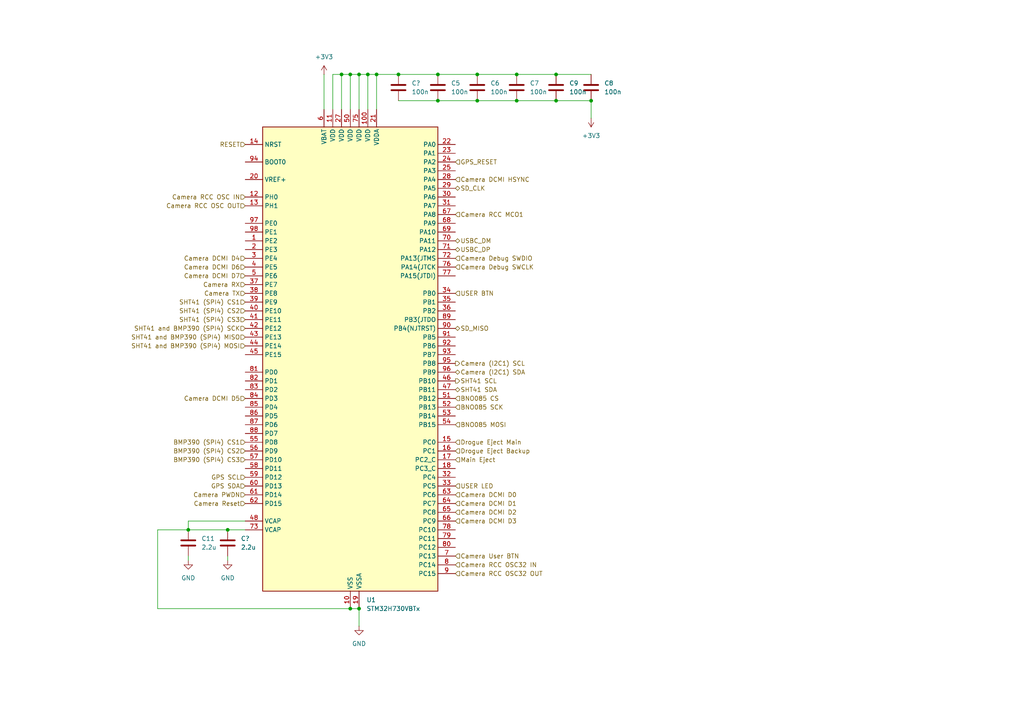
<source format=kicad_sch>
(kicad_sch (version 20250114) (generator "eeschema") (generator_version "9.0")
  (paper "A4")
  (lib_symbols
    (symbol "Device:C" (pin_numbers (hide yes)) (pin_names (offset 0.254))
      (property "Reference" "C" (at 0.635 2.54 0))
      (property "Value" "C" (at 0.635 -2.54 0))
      (symbol "C_0_1"
        (polyline (pts (xy -2.032 0.762) (xy 2.032 0.762)) (stroke (width 0.508)))
        (polyline (pts (xy -2.032 -0.762) (xy 2.032 -0.762)) (stroke (width 0.508)))
      )
      (symbol "C_1_1"
        (pin passive line (at 0 3.81 270) (length 2.794) (name "~") (number "1"))
        (pin passive line (at 0 -3.81 90) (length 2.794) (name "~") (number "2"))
      )
    )
    (symbol "MCU_ST_STM32H7:STM32H730VBTx"
      (property "Reference" "U" (at -25.4 69.85 0))
      (property "Value" "STM32H730VBTx" (at 10.16 69.85 0))
      (symbol "STM32H730VBTx_0_1"
        (rectangle (start -25.4 -66.04) (end 25.4 68.58) (stroke (width 0.254)) (fill (type background)))
      )
      (symbol "STM32H730VBTx_1_1"
        (pin input line (at -30.48 63.5 0) (length 5.08) (name "NRST") (number "14"))
        (pin input line (at -30.48 58.42 0) (length 5.08) (name "BOOT0") (number "94"))
        (pin input line (at -30.48 53.34 0) (length 5.08) (name "VREF+") (number "20"))
        (pin bidirectional line (at -30.48 48.26 0) (length 5.08) (name "PH0") (number "12"))
        (pin bidirectional line (at -30.48 45.72 0) (length 5.08) (name "PH1") (number "13"))
        (pin bidirectional line (at -30.48 40.64 0) (length 5.08) (name "PE0") (number "97"))
        (pin bidirectional line (at -30.48 38.1 0) (length 5.08) (name "PE1") (number "98"))
        (pin bidirectional line (at -30.48 35.56 0) (length 5.08) (name "PE2") (number "1"))
        (pin bidirectional line (at -30.48 33.02 0) (length 5.08) (name "PE3") (number "2"))
        (pin bidirectional line (at -30.48 30.48 0) (length 5.08) (name "PE4") (number "3"))
        (pin bidirectional line (at -30.48 27.94 0) (length 5.08) (name "PE5") (number "4"))
        (pin bidirectional line (at -30.48 25.4 0) (length 5.08) (name "PE6") (number "5"))
        (pin bidirectional line (at -30.48 22.86 0) (length 5.08) (name "PE7") (number "37"))
        (pin bidirectional line (at -30.48 20.32 0) (length 5.08) (name "PE8") (number "38"))
        (pin bidirectional line (at -30.48 17.78 0) (length 5.08) (name "PE9") (number "39"))
        (pin bidirectional line (at -30.48 15.24 0) (length 5.08) (name "PE10") (number "40"))
        (pin bidirectional line (at -30.48 12.7 0) (length 5.08) (name "PE11") (number "41"))
        (pin bidirectional line (at -30.48 10.16 0) (length 5.08) (name "PE12") (number "42"))
        (pin bidirectional line (at -30.48 7.62 0) (length 5.08) (name "PE13") (number "43"))
        (pin bidirectional line (at -30.48 5.08 0) (length 5.08) (name "PE14") (number "44"))
        (pin bidirectional line (at -30.48 2.54 0) (length 5.08) (name "PE15") (number "45"))
        (pin bidirectional line (at -30.48 -2.54 0) (length 5.08) (name "PD0") (number "81"))
        (pin bidirectional line (at -30.48 -5.08 0) (length 5.08) (name "PD1") (number "82"))
        (pin bidirectional line (at -30.48 -7.62 0) (length 5.08) (name "PD2") (number "83"))
        (pin bidirectional line (at -30.48 -10.16 0) (length 5.08) (name "PD3") (number "84"))
        (pin bidirectional line (at -30.48 -12.7 0) (length 5.08) (name "PD4") (number "85"))
        (pin bidirectional line (at -30.48 -15.24 0) (length 5.08) (name "PD5") (number "86"))
        (pin bidirectional line (at -30.48 -17.78 0) (length 5.08) (name "PD6") (number "87"))
        (pin bidirectional line (at -30.48 -20.32 0) (length 5.08) (name "PD7") (number "88"))
        (pin bidirectional line (at -30.48 -22.86 0) (length 5.08) (name "PD8") (number "55"))
        (pin bidirectional line (at -30.48 -25.4 0) (length 5.08) (name "PD9") (number "56"))
        (pin bidirectional line (at -30.48 -27.94 0) (length 5.08) (name "PD10") (number "57"))
        (pin bidirectional line (at -30.48 -30.48 0) (length 5.08) (name "PD11") (number "58"))
        (pin bidirectional line (at -30.48 -33.02 0) (length 5.08) (name "PD12") (number "59"))
        (pin bidirectional line (at -30.48 -35.56 0) (length 5.08) (name "PD13") (number "60"))
        (pin bidirectional line (at -30.48 -38.1 0) (length 5.08) (name "PD14") (number "61"))
        (pin bidirectional line (at -30.48 -40.64 0) (length 5.08) (name "PD15") (number "62"))
        (pin power_out line (at -30.48 -45.72 0) (length 5.08) (name "VCAP") (number "48"))
        (pin power_out line (at -30.48 -48.26 0) (length 5.08) (name "VCAP") (number "73"))
        (pin power_in line (at -7.62 73.66 270) (length 5.08) (name "VBAT") (number "6"))
        (pin power_in line (at -5.08 73.66 270) (length 5.08) (name "VDD") (number "11"))
        (pin power_in line (at -2.54 73.66 270) (length 5.08) (name "VDD") (number "27"))
        (pin power_in line (at 0 73.66 270) (length 5.08) (name "VDD") (number "50"))
        (pin power_in line (at 0 -71.12 90) (length 5.08) (name "VSS") (number "10"))
        (pin passive line (at 0 -71.12 90) (length 5.08) (hide yes) (name "VSS") (number "26"))
        (pin passive line (at 0 -71.12 90) (length 5.08) (hide yes) (name "VSS") (number "49"))
        (pin passive line (at 0 -71.12 90) (length 5.08) (hide yes) (name "VSS") (number "74"))
        (pin passive line (at 0 -71.12 90) (length 5.08) (hide yes) (name "VSS") (number "99"))
        (pin power_in line (at 2.54 73.66 270) (length 5.08) (name "VDD") (number "75"))
        (pin power_in line (at 2.54 -71.12 90) (length 5.08) (name "VSSA") (number "19"))
        (pin power_in line (at 5.08 73.66 270) (length 5.08) (name "VDD") (number "100"))
        (pin power_in line (at 7.62 73.66 270) (length 5.08) (name "VDDA") (number "21"))
        (pin bidirectional line (at 30.48 63.5 180) (length 5.08) (name "PA0") (number "22"))
        (pin bidirectional line (at 30.48 60.96 180) (length 5.08) (name "PA1") (number "23"))
        (pin bidirectional line (at 30.48 58.42 180) (length 5.08) (name "PA2") (number "24"))
        (pin bidirectional line (at 30.48 55.88 180) (length 5.08) (name "PA3") (number "25"))
        (pin bidirectional line (at 30.48 53.34 180) (length 5.08) (name "PA4") (number "28"))
        (pin bidirectional line (at 30.48 50.8 180) (length 5.08) (name "PA5") (number "29"))
        (pin bidirectional line (at 30.48 48.26 180) (length 5.08) (name "PA6") (number "30"))
        (pin bidirectional line (at 30.48 45.72 180) (length 5.08) (name "PA7") (number "31"))
        (pin bidirectional line (at 30.48 43.18 180) (length 5.08) (name "PA8") (number "67"))
        (pin bidirectional line (at 30.48 40.64 180) (length 5.08) (name "PA9") (number "68"))
        (pin bidirectional line (at 30.48 38.1 180) (length 5.08) (name "PA10") (number "69"))
        (pin bidirectional line (at 30.48 35.56 180) (length 5.08) (name "PA11") (number "70"))
        (pin bidirectional line (at 30.48 33.02 180) (length 5.08) (name "PA12") (number "71"))
        (pin bidirectional line (at 30.48 30.48 180) (length 5.08) (name "PA13(JTMS") (number "72"))
        (pin bidirectional line (at 30.48 27.94 180) (length 5.08) (name "PA14(JTCK") (number "76"))
        (pin bidirectional line (at 30.48 25.4 180) (length 5.08) (name "PA15(JTDI)") (number "77"))
        (pin bidirectional line (at 30.48 20.32 180) (length 5.08) (name "PB0") (number "34"))
        (pin bidirectional line (at 30.48 17.78 180) (length 5.08) (name "PB1") (number "35"))
        (pin bidirectional line (at 30.48 15.24 180) (length 5.08) (name "PB2") (number "36"))
        (pin bidirectional line (at 30.48 12.7 180) (length 5.08) (name "PB3(JTDO") (number "89"))
        (pin bidirectional line (at 30.48 10.16 180) (length 5.08) (name "PB4(NJTRST)") (number "90"))
        (pin bidirectional line (at 30.48 7.62 180) (length 5.08) (name "PB5") (number "91"))
        (pin bidirectional line (at 30.48 5.08 180) (length 5.08) (name "PB6") (number "92"))
        (pin bidirectional line (at 30.48 2.54 180) (length 5.08) (name "PB7") (number "93"))
        (pin bidirectional line (at 30.48 0 180) (length 5.08) (name "PB8") (number "95"))
        (pin bidirectional line (at 30.48 -2.54 180) (length 5.08) (name "PB9") (number "96"))
        (pin bidirectional line (at 30.48 -5.08 180) (length 5.08) (name "PB10") (number "46"))
        (pin bidirectional line (at 30.48 -7.62 180) (length 5.08) (name "PB11") (number "47"))
        (pin bidirectional line (at 30.48 -10.16 180) (length 5.08) (name "PB12") (number "51"))
        (pin bidirectional line (at 30.48 -12.7 180) (length 5.08) (name "PB13") (number "52"))
        (pin bidirectional line (at 30.48 -15.24 180) (length 5.08) (name "PB14") (number "53"))
        (pin bidirectional line (at 30.48 -17.78 180) (length 5.08) (name "PB15") (number "54"))
        (pin bidirectional line (at 30.48 -22.86 180) (length 5.08) (name "PC0") (number "15"))
        (pin bidirectional line (at 30.48 -25.4 180) (length 5.08) (name "PC1") (number "16"))
        (pin bidirectional line (at 30.48 -27.94 180) (length 5.08) (name "PC2_C") (number "17"))
        (pin bidirectional line (at 30.48 -30.48 180) (length 5.08) (name "PC3_C") (number "18"))
        (pin bidirectional line (at 30.48 -33.02 180) (length 5.08) (name "PC4") (number "32"))
        (pin bidirectional line (at 30.48 -35.56 180) (length 5.08) (name "PC5") (number "33"))
        (pin bidirectional line (at 30.48 -38.1 180) (length 5.08) (name "PC6") (number "63"))
        (pin bidirectional line (at 30.48 -40.64 180) (length 5.08) (name "PC7") (number "64"))
        (pin bidirectional line (at 30.48 -43.18 180) (length 5.08) (name "PC8") (number "65"))
        (pin bidirectional line (at 30.48 -45.72 180) (length 5.08) (name "PC9") (number "66"))
        (pin bidirectional line (at 30.48 -48.26 180) (length 5.08) (name "PC10") (number "78"))
        (pin bidirectional line (at 30.48 -50.8 180) (length 5.08) (name "PC11") (number "79"))
        (pin bidirectional line (at 30.48 -53.34 180) (length 5.08) (name "PC12") (number "80"))
        (pin bidirectional line (at 30.48 -55.88 180) (length 5.08) (name "PC13") (number "7"))
        (pin bidirectional line (at 30.48 -58.42 180) (length 5.08) (name "PC14") (number "8"))
        (pin bidirectional line (at 30.48 -60.96 180) (length 5.08) (name "PC15") (number "9"))
      )
    )
    (symbol "power:+3V3" (power) (pin_numbers (hide yes)) (pin_names (offset 0) (hide yes))
      (property "Value" "+3V3" (at 0 3.556 0))
      (symbol "+3V3_0_1"
        (polyline (pts (xy -0.762 1.27) (xy 0 2.54)))
        (polyline (pts (xy 0 2.54) (xy 0.762 1.27)))
        (polyline (pts (xy 0 0) (xy 0 2.54)))
      )
      (symbol "+3V3_1_1"
        (pin power_in line (at 0 0 90) (length 0) (name "~") (number "1"))
      )
    )
    (symbol "power:GND" (power) (pin_numbers (hide yes)) (pin_names (offset 0) (hide yes))
      (property "Value" "GND" (at 0 -3.81 0))
      (symbol "GND_0_1"
        (polyline (pts (xy 0 0) (xy 0 -1.27) (xy 1.27 -1.27) (xy 0 -2.54) (xy -1.27 -1.27) (xy 0 -1.27)))
      )
      (symbol "GND_1_1"
        (pin power_in line (at 0 0 270) (length 0) (name "~") (number "1"))
      )
    )
  )
  (junction (at 104.14 21.59))
  (junction (at 161.29 21.59))
  (junction (at 54.61 153.67))
  (junction (at 66.04 153.67))
  (junction (at 106.68 21.59))
  (junction (at 149.86 29.21))
  (junction (at 109.22 21.59))
  (junction (at 171.45 29.21))
  (junction (at 149.86 21.59))
  (junction (at 161.29 29.21))
  (junction (at 99.06 21.59))
  (junction (at 138.43 21.59))
  (junction (at 101.6 176.53))
  (junction (at 127 21.59))
  (junction (at 115.57 21.59))
  (junction (at 104.14 176.53))
  (junction (at 138.43 29.21))
  (junction (at 101.6 21.59))
  (junction (at 127 29.21))
  (wire (pts (xy 66.04 161.29) (xy 66.04 162.56)))
  (wire (pts (xy 101.6 176.53) (xy 45.72 176.53)))
  (wire (pts (xy 115.57 29.21) (xy 127 29.21)))
  (wire (pts (xy 45.72 176.53) (xy 45.72 153.67)))
  (wire (pts (xy 101.6 21.59) (xy 101.6 31.75)))
  (wire (pts (xy 161.29 21.59) (xy 171.45 21.59)))
  (wire (pts (xy 138.43 29.21) (xy 149.86 29.21)))
  (wire (pts (xy 96.52 31.75) (xy 96.52 21.59)))
  (wire (pts (xy 96.52 21.59) (xy 99.06 21.59)))
  (wire (pts (xy 99.06 21.59) (xy 99.06 31.75)))
  (wire (pts (xy 104.14 176.53) (xy 104.14 181.61)))
  (wire (pts (xy 115.57 21.59) (xy 127 21.59)))
  (wire (pts (xy 45.72 153.67) (xy 54.61 153.67)))
  (wire (pts (xy 109.22 21.59) (xy 115.57 21.59)))
  (wire (pts (xy 138.43 21.59) (xy 149.86 21.59)))
  (wire (pts (xy 104.14 21.59) (xy 106.68 21.59)))
  (wire (pts (xy 54.61 151.13) (xy 71.12 151.13)))
  (wire (pts (xy 104.14 21.59) (xy 104.14 31.75)))
  (wire (pts (xy 93.98 21.59) (xy 93.98 31.75)))
  (wire (pts (xy 127 29.21) (xy 138.43 29.21)))
  (wire (pts (xy 149.86 21.59) (xy 161.29 21.59)))
  (wire (pts (xy 171.45 29.21) (xy 171.45 34.29)))
  (wire (pts (xy 109.22 21.59) (xy 109.22 31.75)))
  (wire (pts (xy 99.06 21.59) (xy 101.6 21.59)))
  (wire (pts (xy 101.6 176.53) (xy 104.14 176.53)))
  (wire (pts (xy 127 21.59) (xy 138.43 21.59)))
  (wire (pts (xy 106.68 21.59) (xy 106.68 31.75)))
  (wire (pts (xy 54.61 153.67) (xy 66.04 153.67)))
  (wire (pts (xy 54.61 151.13) (xy 54.61 153.67)))
  (wire (pts (xy 161.29 29.21) (xy 171.45 29.21)))
  (wire (pts (xy 149.86 29.21) (xy 161.29 29.21)))
  (wire (pts (xy 106.68 21.59) (xy 109.22 21.59)))
  (wire (pts (xy 54.61 161.29) (xy 54.61 162.56)))
  (wire (pts (xy 66.04 153.67) (xy 71.12 153.67)))
  (wire (pts (xy 101.6 21.59) (xy 104.14 21.59)))
  (hierarchical_label "Camera DCMI D6" (shape input) (at 71.12 77.47 180))
  (hierarchical_label "Main Eject" (shape input) (at 132.08 133.35 0))
  (hierarchical_label "Camera RCC OSC32 OUT" (shape input) (at 132.08 166.37 0))
  (hierarchical_label "SHT41 (SPI4) CS1" (shape input) (at 71.12 87.63 180))
  (hierarchical_label "Camera DCMI D7" (shape input) (at 71.12 80.01 180))
  (hierarchical_label "GPS SDA" (shape input) (at 71.12 140.97 180))
  (hierarchical_label "BNO085 SCK" (shape input) (at 132.08 118.11 0))
  (hierarchical_label "SHT41 (SPI4) CS2" (shape input) (at 71.12 90.17 180))
  (hierarchical_label "Camera RCC OSC OUT" (shape input) (at 71.12 59.69 180))
  (hierarchical_label "BNO085 MOSI" (shape input) (at 132.08 123.19 0))
  (hierarchical_label "USBC_DP" (shape bidirectional) (at 132.08 72.39 0))
  (hierarchical_label "SHT41 (SPI4) CS3" (shape input) (at 71.12 92.71 180))
  (hierarchical_label "Camera DCMI D3" (shape input) (at 132.08 151.13 0))
  (hierarchical_label "Camera DCMI D2" (shape input) (at 132.08 148.59 0))
  (hierarchical_label "GPS_RESET" (shape input) (at 132.08 46.99 0))
  (hierarchical_label "SHT41 SCL" (shape output) (at 132.08 110.49 0))
  (hierarchical_label "Camera Debug SWCLK" (shape input) (at 132.08 77.47 0))
  (hierarchical_label "USER BTN" (shape input) (at 132.08 85.09 0))
  (hierarchical_label "Camera Reset" (shape input) (at 71.12 146.05 180))
  (hierarchical_label "Camera Debug SWDIO" (shape input) (at 132.08 74.93 0))
  (hierarchical_label "BMP390 (SPI4) CS2" (shape input) (at 71.12 130.81 180))
  (hierarchical_label "SHT41 and BMP390 (SPI4) MOSI" (shape input) (at 71.12 100.33 180))
  (hierarchical_label "Camera DCMI D1" (shape input) (at 132.08 146.05 0))
  (hierarchical_label "USER LED" (shape input) (at 132.08 140.97 0))
  (hierarchical_label "Camera RCC OSC IN" (shape input) (at 71.12 57.15 180))
  (hierarchical_label "SHT41 and BMP390 (SPI4) SCK" (shape input) (at 71.12 95.25 180))
  (hierarchical_label "GPS SCL" (shape input) (at 71.12 138.43 180))
  (hierarchical_label "BNO085 CS" (shape input) (at 132.08 115.57 0))
  (hierarchical_label "Camera DCMI D4" (shape input) (at 71.12 74.93 180))
  (hierarchical_label "SD_MISO" (shape bidirectional) (at 132.08 95.25 0))
  (hierarchical_label "BMP390 (SPI4) CS1" (shape input) (at 71.12 128.27 180))
  (hierarchical_label "SHT41 and BMP390 (SPI4) MISO" (shape input) (at 71.12 97.79 180))
  (hierarchical_label "Camera PWDN" (shape input) (at 71.12 143.51 180))
  (hierarchical_label "Camera DCMI D0" (shape input) (at 132.08 143.51 0))
  (hierarchical_label "Camera User BTN" (shape input) (at 132.08 161.29 0))
  (hierarchical_label "SD_CLK" (shape bidirectional) (at 132.08 54.61 0))
  (hierarchical_label "USBC_DM" (shape bidirectional) (at 132.08 69.85 0))
  (hierarchical_label "Camera DCMI HSYNC" (shape input) (at 132.08 52.07 0))
  (hierarchical_label "Camera RCC MCO1" (shape input) (at 132.08 62.23 0))
  (hierarchical_label "SHT41 SDA" (shape bidirectional) (at 132.08 113.03 0))
  (hierarchical_label "Camera (I2C1) SDA" (shape bidirectional) (at 132.08 107.95 0))
  (hierarchical_label "Drogue Eject Main" (shape input) (at 132.08 128.27 0))
  (hierarchical_label "BMP390 (SPI4) CS3" (shape input) (at 71.12 133.35 180))
  (hierarchical_label "Camera DCMI D5" (shape input) (at 71.12 115.57 180))
  (hierarchical_label "Drogue Eject Backup" (shape input) (at 132.08 130.81 0))
  (hierarchical_label "RESET" (shape input) (at 71.12 41.91 180))
  (hierarchical_label "Camera RCC OSC32 IN" (shape input) (at 132.08 163.83 0))
  (hierarchical_label "Camera RX" (shape input) (at 71.12 82.55 180))
  (hierarchical_label "Camera (I2C1) SCL" (shape output) (at 132.08 105.41 0))
  (hierarchical_label "Camera TX" (shape input) (at 71.12 85.09 180))
  (symbol (lib_id "power:GND") (at 54.61 162.56 0) (unit 1)
    (property "Reference" "#PWR?" (effects (hide yes)))
    (property "Value" "GND" (at 54.61 167.64 0))
    (property "Description" "Power symbol creates a global label with name \"GND\" , ground" (effects (hide yes)))
  )
  (symbol (lib_id "MCU_ST_STM32H7:STM32H730VBTx") (at 101.6 105.41 0) (unit 1)
    (property "Reference" "U1" (at 106.2833 173.99 0) (effects (justify left)))
    (property "Value" "STM32H730VBTx" (at 106.2833 176.53 0) (effects (justify left)))
    (property "Footprint" "Package_QFP:LQFP-100_14x14mm_P0.5mm" (effects (hide yes)))
    (property "Datasheet" "https://www.st.com/resource/en/datasheet/stm32h730vb.pdf" (effects (hide yes)))
    (property "Description" "STMicroelectronics Arm Cortex-M7 MCU, 128KB flash, 564KB RAM, 550 MHz, 1.71-3.6V, 82 GPIO, LQFP100" (effects (hide yes)))
  )
  (symbol (lib_id "Device:C") (at 171.45 25.4 0) (unit 1)
    (property "Reference" "C8" (at 175.26 24.1299 0) (effects (justify left)))
    (property "Value" "100n" (at 175.26 26.6699 0) (effects (justify left)))
    (property "Description" "Unpolarized capacitor" (effects (hide yes)))
  )
  (symbol (lib_id "Device:C") (at 161.29 25.4 0) (unit 1)
    (property "Reference" "C9" (at 165.1 24.1299 0) (effects (justify left)))
    (property "Value" "100n" (at 165.1 26.6699 0) (effects (justify left)))
    (property "Description" "Unpolarized capacitor" (effects (hide yes)))
  )
  (symbol (lib_id "Device:C") (at 115.57 25.4 0) (unit 1)
    (property "Reference" "C?" (at 119.38 24.1299 0) (effects (justify left)))
    (property "Value" "100n" (at 119.38 26.6699 0) (effects (justify left)))
    (property "Description" "Unpolarized capacitor" (effects (hide yes)))
  )
  (symbol (lib_id "Device:C") (at 138.43 25.4 0) (unit 1)
    (property "Reference" "C6" (at 142.24 24.1299 0) (effects (justify left)))
    (property "Value" "100n" (at 142.24 26.6699 0) (effects (justify left)))
    (property "Description" "Unpolarized capacitor" (effects (hide yes)))
  )
  (symbol (lib_id "power:+3V3") (at 171.45 34.29 0) (mirror x) (unit 1)
    (property "Reference" "#PWR013" (effects (hide yes)))
    (property "Value" "+3V3" (at 171.45 39.37 0))
    (property "Description" "Power symbol creates a global label with name \"+3V3\"" (effects (hide yes)))
  )
  (symbol (lib_id "Device:C") (at 127 25.4 0) (unit 1)
    (property "Reference" "C5" (at 130.81 24.1299 0) (effects (justify left)))
    (property "Value" "100n" (at 130.81 26.6699 0) (effects (justify left)))
    (property "Description" "Unpolarized capacitor" (effects (hide yes)))
  )
  (symbol (lib_id "Device:C") (at 149.86 25.4 0) (unit 1)
    (property "Reference" "C7" (at 153.67 24.1299 0) (effects (justify left)))
    (property "Value" "100n" (at 153.67 26.6699 0) (effects (justify left)))
    (property "Description" "Unpolarized capacitor" (effects (hide yes)))
  )
  (symbol (lib_id "power:GND") (at 66.04 162.56 0) (unit 1)
    (property "Reference" "#PWR019" (effects (hide yes)))
    (property "Value" "GND" (at 66.04 167.64 0))
    (property "Description" "Power symbol creates a global label with name \"GND\" , ground" (effects (hide yes)))
  )
  (symbol (lib_id "Device:C") (at 54.61 157.48 0) (unit 1)
    (property "Reference" "C11" (at 58.42 156.2099 0) (effects (justify left)))
    (property "Value" "2.2u" (at 58.42 158.7499 0) (effects (justify left)))
    (property "Description" "Unpolarized capacitor" (effects (hide yes)))
  )
  (symbol (lib_id "power:GND") (at 104.14 181.61 0) (unit 1)
    (property "Reference" "#PWR?" (effects (hide yes)))
    (property "Value" "GND" (at 104.14 186.69 0))
    (property "Description" "Power symbol creates a global label with name \"GND\" , ground" (effects (hide yes)))
  )
  (symbol (lib_id "power:+3V3") (at 93.98 21.59 0) (unit 1)
    (property "Reference" "#PWR017" (effects (hide yes)))
    (property "Value" "+3V3" (at 93.98 16.51 0))
    (property "Description" "Power symbol creates a global label with name \"+3V3\"" (effects (hide yes)))
  )
  (symbol (lib_id "Device:C") (at 66.04 157.48 0) (unit 1)
    (property "Reference" "C?" (at 69.85 156.2099 0) (effects (justify left)))
    (property "Value" "2.2u" (at 69.85 158.7499 0) (effects (justify left)))
    (property "Description" "Unpolarized capacitor" (effects (hide yes)))
  )
)
</source>
